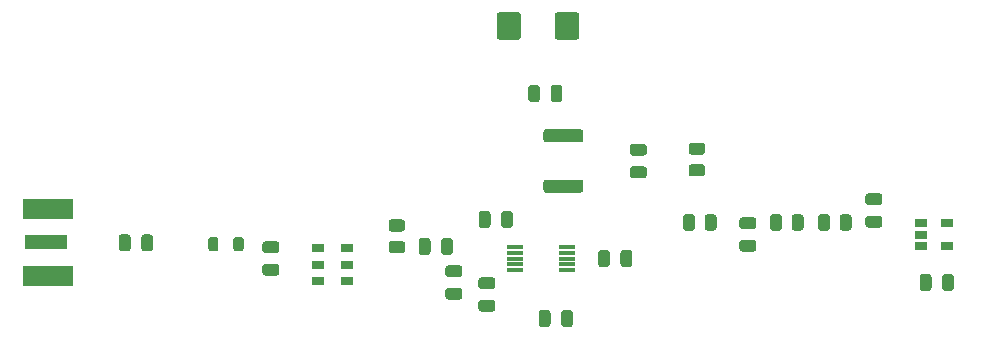
<source format=gbr>
%TF.GenerationSoftware,KiCad,Pcbnew,(5.1.9)-1*%
%TF.CreationDate,2021-03-17T18:43:56-04:00*%
%TF.ProjectId,NJR_New_Demod,4e4a525f-4e65-4775-9f44-656d6f642e6b,rev?*%
%TF.SameCoordinates,Original*%
%TF.FileFunction,Paste,Top*%
%TF.FilePolarity,Positive*%
%FSLAX46Y46*%
G04 Gerber Fmt 4.6, Leading zero omitted, Abs format (unit mm)*
G04 Created by KiCad (PCBNEW (5.1.9)-1) date 2021-03-17 18:43:56*
%MOMM*%
%LPD*%
G01*
G04 APERTURE LIST*
%ADD10R,1.050000X0.800000*%
%ADD11R,4.200000X1.750000*%
%ADD12R,3.600000X1.270000*%
%ADD13R,1.400000X0.300000*%
%ADD14R,1.060000X0.650000*%
G04 APERTURE END LIST*
D10*
%TO.C,U1*%
X96625000Y-90548000D03*
X96625000Y-91948000D03*
X96625000Y-93348000D03*
X94175000Y-93348000D03*
X94175000Y-91948000D03*
X94175000Y-90548000D03*
%TD*%
D11*
%TO.C,J1*%
X71320000Y-92893400D03*
X71320000Y-87243400D03*
D12*
X71120000Y-90068400D03*
%TD*%
%TO.C,CDC1*%
G36*
G01*
X78290000Y-89644200D02*
X78290000Y-90594200D01*
G75*
G02*
X78040000Y-90844200I-250000J0D01*
G01*
X77540000Y-90844200D01*
G75*
G02*
X77290000Y-90594200I0J250000D01*
G01*
X77290000Y-89644200D01*
G75*
G02*
X77540000Y-89394200I250000J0D01*
G01*
X78040000Y-89394200D01*
G75*
G02*
X78290000Y-89644200I0J-250000D01*
G01*
G37*
G36*
G01*
X80190000Y-89644200D02*
X80190000Y-90594200D01*
G75*
G02*
X79940000Y-90844200I-250000J0D01*
G01*
X79440000Y-90844200D01*
G75*
G02*
X79190000Y-90594200I0J250000D01*
G01*
X79190000Y-89644200D01*
G75*
G02*
X79440000Y-89394200I250000J0D01*
G01*
X79940000Y-89394200D01*
G75*
G02*
X80190000Y-89644200I0J-250000D01*
G01*
G37*
%TD*%
D13*
%TO.C,U2*%
X115230000Y-90440000D03*
X115230000Y-90940000D03*
X115230000Y-91440000D03*
X115230000Y-91940000D03*
X115230000Y-92440000D03*
X110830000Y-92440000D03*
X110830000Y-91940000D03*
X110830000Y-91440000D03*
X110830000Y-90940000D03*
X110830000Y-90440000D03*
%TD*%
%TO.C,C1*%
G36*
G01*
X103690000Y-89949000D02*
X103690000Y-90899000D01*
G75*
G02*
X103440000Y-91149000I-250000J0D01*
G01*
X102940000Y-91149000D01*
G75*
G02*
X102690000Y-90899000I0J250000D01*
G01*
X102690000Y-89949000D01*
G75*
G02*
X102940000Y-89699000I250000J0D01*
G01*
X103440000Y-89699000D01*
G75*
G02*
X103690000Y-89949000I0J-250000D01*
G01*
G37*
G36*
G01*
X105590000Y-89949000D02*
X105590000Y-90899000D01*
G75*
G02*
X105340000Y-91149000I-250000J0D01*
G01*
X104840000Y-91149000D01*
G75*
G02*
X104590000Y-90899000I0J250000D01*
G01*
X104590000Y-89949000D01*
G75*
G02*
X104840000Y-89699000I250000J0D01*
G01*
X105340000Y-89699000D01*
G75*
G02*
X105590000Y-89949000I0J-250000D01*
G01*
G37*
%TD*%
D14*
%TO.C,U3*%
X147404000Y-88458000D03*
X147404000Y-90358000D03*
X145204000Y-90358000D03*
X145204000Y-89408000D03*
X145204000Y-88458000D03*
%TD*%
%TO.C,Rc1*%
G36*
G01*
X126092000Y-87941998D02*
X126092000Y-88842002D01*
G75*
G02*
X125842002Y-89092000I-249998J0D01*
G01*
X125316998Y-89092000D01*
G75*
G02*
X125067000Y-88842002I0J249998D01*
G01*
X125067000Y-87941998D01*
G75*
G02*
X125316998Y-87692000I249998J0D01*
G01*
X125842002Y-87692000D01*
G75*
G02*
X126092000Y-87941998I0J-249998D01*
G01*
G37*
G36*
G01*
X127917000Y-87941998D02*
X127917000Y-88842002D01*
G75*
G02*
X127667002Y-89092000I-249998J0D01*
G01*
X127141998Y-89092000D01*
G75*
G02*
X126892000Y-88842002I0J249998D01*
G01*
X126892000Y-87941998D01*
G75*
G02*
X127141998Y-87692000I249998J0D01*
G01*
X127667002Y-87692000D01*
G75*
G02*
X127917000Y-87941998I0J-249998D01*
G01*
G37*
%TD*%
%TO.C,Rb1*%
G36*
G01*
X133458000Y-87941998D02*
X133458000Y-88842002D01*
G75*
G02*
X133208002Y-89092000I-249998J0D01*
G01*
X132682998Y-89092000D01*
G75*
G02*
X132433000Y-88842002I0J249998D01*
G01*
X132433000Y-87941998D01*
G75*
G02*
X132682998Y-87692000I249998J0D01*
G01*
X133208002Y-87692000D01*
G75*
G02*
X133458000Y-87941998I0J-249998D01*
G01*
G37*
G36*
G01*
X135283000Y-87941998D02*
X135283000Y-88842002D01*
G75*
G02*
X135033002Y-89092000I-249998J0D01*
G01*
X134507998Y-89092000D01*
G75*
G02*
X134258000Y-88842002I0J249998D01*
G01*
X134258000Y-87941998D01*
G75*
G02*
X134507998Y-87692000I249998J0D01*
G01*
X135033002Y-87692000D01*
G75*
G02*
X135283000Y-87941998I0J-249998D01*
G01*
G37*
%TD*%
%TO.C,Ra1*%
G36*
G01*
X137522000Y-87941998D02*
X137522000Y-88842002D01*
G75*
G02*
X137272002Y-89092000I-249998J0D01*
G01*
X136746998Y-89092000D01*
G75*
G02*
X136497000Y-88842002I0J249998D01*
G01*
X136497000Y-87941998D01*
G75*
G02*
X136746998Y-87692000I249998J0D01*
G01*
X137272002Y-87692000D01*
G75*
G02*
X137522000Y-87941998I0J-249998D01*
G01*
G37*
G36*
G01*
X139347000Y-87941998D02*
X139347000Y-88842002D01*
G75*
G02*
X139097002Y-89092000I-249998J0D01*
G01*
X138571998Y-89092000D01*
G75*
G02*
X138322000Y-88842002I0J249998D01*
G01*
X138322000Y-87941998D01*
G75*
G02*
X138571998Y-87692000I249998J0D01*
G01*
X139097002Y-87692000D01*
G75*
G02*
X139347000Y-87941998I0J-249998D01*
G01*
G37*
%TD*%
%TO.C,R2*%
G36*
G01*
X125787998Y-83458000D02*
X126688002Y-83458000D01*
G75*
G02*
X126938000Y-83707998I0J-249998D01*
G01*
X126938000Y-84233002D01*
G75*
G02*
X126688002Y-84483000I-249998J0D01*
G01*
X125787998Y-84483000D01*
G75*
G02*
X125538000Y-84233002I0J249998D01*
G01*
X125538000Y-83707998D01*
G75*
G02*
X125787998Y-83458000I249998J0D01*
G01*
G37*
G36*
G01*
X125787998Y-81633000D02*
X126688002Y-81633000D01*
G75*
G02*
X126938000Y-81882998I0J-249998D01*
G01*
X126938000Y-82408002D01*
G75*
G02*
X126688002Y-82658000I-249998J0D01*
G01*
X125787998Y-82658000D01*
G75*
G02*
X125538000Y-82408002I0J249998D01*
G01*
X125538000Y-81882998D01*
G75*
G02*
X125787998Y-81633000I249998J0D01*
G01*
G37*
%TD*%
%TO.C,R1*%
G36*
G01*
X101288002Y-89158500D02*
X100387998Y-89158500D01*
G75*
G02*
X100138000Y-88908502I0J249998D01*
G01*
X100138000Y-88383498D01*
G75*
G02*
X100387998Y-88133500I249998J0D01*
G01*
X101288002Y-88133500D01*
G75*
G02*
X101538000Y-88383498I0J-249998D01*
G01*
X101538000Y-88908502D01*
G75*
G02*
X101288002Y-89158500I-249998J0D01*
G01*
G37*
G36*
G01*
X101288002Y-90983500D02*
X100387998Y-90983500D01*
G75*
G02*
X100138000Y-90733502I0J249998D01*
G01*
X100138000Y-90208498D01*
G75*
G02*
X100387998Y-89958500I249998J0D01*
G01*
X101288002Y-89958500D01*
G75*
G02*
X101538000Y-90208498I0J-249998D01*
G01*
X101538000Y-90733502D01*
G75*
G02*
X101288002Y-90983500I-249998J0D01*
G01*
G37*
%TD*%
%TO.C,LQ1_T1*%
G36*
G01*
X113484997Y-84760000D02*
X116385003Y-84760000D01*
G75*
G02*
X116635000Y-85009997I0J-249997D01*
G01*
X116635000Y-85635003D01*
G75*
G02*
X116385003Y-85885000I-249997J0D01*
G01*
X113484997Y-85885000D01*
G75*
G02*
X113235000Y-85635003I0J249997D01*
G01*
X113235000Y-85009997D01*
G75*
G02*
X113484997Y-84760000I249997J0D01*
G01*
G37*
G36*
G01*
X113484997Y-80485000D02*
X116385003Y-80485000D01*
G75*
G02*
X116635000Y-80734997I0J-249997D01*
G01*
X116635000Y-81360003D01*
G75*
G02*
X116385003Y-81610000I-249997J0D01*
G01*
X113484997Y-81610000D01*
G75*
G02*
X113235000Y-81360003I0J249997D01*
G01*
X113235000Y-80734997D01*
G75*
G02*
X113484997Y-80485000I249997J0D01*
G01*
G37*
%TD*%
%TO.C,LMatch1*%
G36*
G01*
X86985000Y-90602050D02*
X86985000Y-89839550D01*
G75*
G02*
X87203750Y-89620800I218750J0D01*
G01*
X87641250Y-89620800D01*
G75*
G02*
X87860000Y-89839550I0J-218750D01*
G01*
X87860000Y-90602050D01*
G75*
G02*
X87641250Y-90820800I-218750J0D01*
G01*
X87203750Y-90820800D01*
G75*
G02*
X86985000Y-90602050I0J218750D01*
G01*
G37*
G36*
G01*
X84860000Y-90602050D02*
X84860000Y-89839550D01*
G75*
G02*
X85078750Y-89620800I218750J0D01*
G01*
X85516250Y-89620800D01*
G75*
G02*
X85735000Y-89839550I0J-218750D01*
G01*
X85735000Y-90602050D01*
G75*
G02*
X85516250Y-90820800I-218750J0D01*
G01*
X85078750Y-90820800D01*
G75*
G02*
X84860000Y-90602050I0J218750D01*
G01*
G37*
%TD*%
%TO.C,CQ1*%
G36*
G01*
X120810000Y-83635000D02*
X121760000Y-83635000D01*
G75*
G02*
X122010000Y-83885000I0J-250000D01*
G01*
X122010000Y-84385000D01*
G75*
G02*
X121760000Y-84635000I-250000J0D01*
G01*
X120810000Y-84635000D01*
G75*
G02*
X120560000Y-84385000I0J250000D01*
G01*
X120560000Y-83885000D01*
G75*
G02*
X120810000Y-83635000I250000J0D01*
G01*
G37*
G36*
G01*
X120810000Y-81735000D02*
X121760000Y-81735000D01*
G75*
G02*
X122010000Y-81985000I0J-250000D01*
G01*
X122010000Y-82485000D01*
G75*
G02*
X121760000Y-82735000I-250000J0D01*
G01*
X120810000Y-82735000D01*
G75*
G02*
X120560000Y-82485000I0J250000D01*
G01*
X120560000Y-81985000D01*
G75*
G02*
X120810000Y-81735000I250000J0D01*
G01*
G37*
%TD*%
%TO.C,CMatch1*%
G36*
G01*
X89695000Y-91890000D02*
X90645000Y-91890000D01*
G75*
G02*
X90895000Y-92140000I0J-250000D01*
G01*
X90895000Y-92640000D01*
G75*
G02*
X90645000Y-92890000I-250000J0D01*
G01*
X89695000Y-92890000D01*
G75*
G02*
X89445000Y-92640000I0J250000D01*
G01*
X89445000Y-92140000D01*
G75*
G02*
X89695000Y-91890000I250000J0D01*
G01*
G37*
G36*
G01*
X89695000Y-89990000D02*
X90645000Y-89990000D01*
G75*
G02*
X90895000Y-90240000I0J-250000D01*
G01*
X90895000Y-90740000D01*
G75*
G02*
X90645000Y-90990000I-250000J0D01*
G01*
X89695000Y-90990000D01*
G75*
G02*
X89445000Y-90740000I0J250000D01*
G01*
X89445000Y-90240000D01*
G75*
G02*
X89695000Y-89990000I250000J0D01*
G01*
G37*
%TD*%
%TO.C,Cc1*%
G36*
G01*
X130081000Y-89858000D02*
X131031000Y-89858000D01*
G75*
G02*
X131281000Y-90108000I0J-250000D01*
G01*
X131281000Y-90608000D01*
G75*
G02*
X131031000Y-90858000I-250000J0D01*
G01*
X130081000Y-90858000D01*
G75*
G02*
X129831000Y-90608000I0J250000D01*
G01*
X129831000Y-90108000D01*
G75*
G02*
X130081000Y-89858000I250000J0D01*
G01*
G37*
G36*
G01*
X130081000Y-87958000D02*
X131031000Y-87958000D01*
G75*
G02*
X131281000Y-88208000I0J-250000D01*
G01*
X131281000Y-88708000D01*
G75*
G02*
X131031000Y-88958000I-250000J0D01*
G01*
X130081000Y-88958000D01*
G75*
G02*
X129831000Y-88708000I0J250000D01*
G01*
X129831000Y-88208000D01*
G75*
G02*
X130081000Y-87958000I250000J0D01*
G01*
G37*
%TD*%
%TO.C,Cb1*%
G36*
G01*
X141699000Y-86926000D02*
X140749000Y-86926000D01*
G75*
G02*
X140499000Y-86676000I0J250000D01*
G01*
X140499000Y-86176000D01*
G75*
G02*
X140749000Y-85926000I250000J0D01*
G01*
X141699000Y-85926000D01*
G75*
G02*
X141949000Y-86176000I0J-250000D01*
G01*
X141949000Y-86676000D01*
G75*
G02*
X141699000Y-86926000I-250000J0D01*
G01*
G37*
G36*
G01*
X141699000Y-88826000D02*
X140749000Y-88826000D01*
G75*
G02*
X140499000Y-88576000I0J250000D01*
G01*
X140499000Y-88076000D01*
G75*
G02*
X140749000Y-87826000I250000J0D01*
G01*
X141699000Y-87826000D01*
G75*
G02*
X141949000Y-88076000I0J-250000D01*
G01*
X141949000Y-88576000D01*
G75*
G02*
X141699000Y-88826000I-250000J0D01*
G01*
G37*
%TD*%
%TO.C,Ca1*%
G36*
G01*
X147008000Y-93947000D02*
X147008000Y-92997000D01*
G75*
G02*
X147258000Y-92747000I250000J0D01*
G01*
X147758000Y-92747000D01*
G75*
G02*
X148008000Y-92997000I0J-250000D01*
G01*
X148008000Y-93947000D01*
G75*
G02*
X147758000Y-94197000I-250000J0D01*
G01*
X147258000Y-94197000D01*
G75*
G02*
X147008000Y-93947000I0J250000D01*
G01*
G37*
G36*
G01*
X145108000Y-93947000D02*
X145108000Y-92997000D01*
G75*
G02*
X145358000Y-92747000I250000J0D01*
G01*
X145858000Y-92747000D01*
G75*
G02*
X146108000Y-92997000I0J-250000D01*
G01*
X146108000Y-93947000D01*
G75*
G02*
X145858000Y-94197000I-250000J0D01*
G01*
X145358000Y-94197000D01*
G75*
G02*
X145108000Y-93947000I0J250000D01*
G01*
G37*
%TD*%
%TO.C,C9*%
G36*
G01*
X111351000Y-70830000D02*
X111351000Y-72680000D01*
G75*
G02*
X111101000Y-72930000I-250000J0D01*
G01*
X109526000Y-72930000D01*
G75*
G02*
X109276000Y-72680000I0J250000D01*
G01*
X109276000Y-70830000D01*
G75*
G02*
X109526000Y-70580000I250000J0D01*
G01*
X111101000Y-70580000D01*
G75*
G02*
X111351000Y-70830000I0J-250000D01*
G01*
G37*
G36*
G01*
X116276000Y-70830000D02*
X116276000Y-72680000D01*
G75*
G02*
X116026000Y-72930000I-250000J0D01*
G01*
X114451000Y-72930000D01*
G75*
G02*
X114201000Y-72680000I0J250000D01*
G01*
X114201000Y-70830000D01*
G75*
G02*
X114451000Y-70580000I250000J0D01*
G01*
X116026000Y-70580000D01*
G75*
G02*
X116276000Y-70830000I0J-250000D01*
G01*
G37*
%TD*%
%TO.C,C8*%
G36*
G01*
X112961000Y-76995000D02*
X112961000Y-77945000D01*
G75*
G02*
X112711000Y-78195000I-250000J0D01*
G01*
X112211000Y-78195000D01*
G75*
G02*
X111961000Y-77945000I0J250000D01*
G01*
X111961000Y-76995000D01*
G75*
G02*
X112211000Y-76745000I250000J0D01*
G01*
X112711000Y-76745000D01*
G75*
G02*
X112961000Y-76995000I0J-250000D01*
G01*
G37*
G36*
G01*
X114861000Y-76995000D02*
X114861000Y-77945000D01*
G75*
G02*
X114611000Y-78195000I-250000J0D01*
G01*
X114111000Y-78195000D01*
G75*
G02*
X113861000Y-77945000I0J250000D01*
G01*
X113861000Y-76995000D01*
G75*
G02*
X114111000Y-76745000I250000J0D01*
G01*
X114611000Y-76745000D01*
G75*
G02*
X114861000Y-76995000I0J-250000D01*
G01*
G37*
%TD*%
%TO.C,C7*%
G36*
G01*
X108770000Y-87663000D02*
X108770000Y-88613000D01*
G75*
G02*
X108520000Y-88863000I-250000J0D01*
G01*
X108020000Y-88863000D01*
G75*
G02*
X107770000Y-88613000I0J250000D01*
G01*
X107770000Y-87663000D01*
G75*
G02*
X108020000Y-87413000I250000J0D01*
G01*
X108520000Y-87413000D01*
G75*
G02*
X108770000Y-87663000I0J-250000D01*
G01*
G37*
G36*
G01*
X110670000Y-87663000D02*
X110670000Y-88613000D01*
G75*
G02*
X110420000Y-88863000I-250000J0D01*
G01*
X109920000Y-88863000D01*
G75*
G02*
X109670000Y-88613000I0J250000D01*
G01*
X109670000Y-87663000D01*
G75*
G02*
X109920000Y-87413000I250000J0D01*
G01*
X110420000Y-87413000D01*
G75*
G02*
X110670000Y-87663000I0J-250000D01*
G01*
G37*
%TD*%
%TO.C,C5*%
G36*
G01*
X118864000Y-90965000D02*
X118864000Y-91915000D01*
G75*
G02*
X118614000Y-92165000I-250000J0D01*
G01*
X118114000Y-92165000D01*
G75*
G02*
X117864000Y-91915000I0J250000D01*
G01*
X117864000Y-90965000D01*
G75*
G02*
X118114000Y-90715000I250000J0D01*
G01*
X118614000Y-90715000D01*
G75*
G02*
X118864000Y-90965000I0J-250000D01*
G01*
G37*
G36*
G01*
X120764000Y-90965000D02*
X120764000Y-91915000D01*
G75*
G02*
X120514000Y-92165000I-250000J0D01*
G01*
X120014000Y-92165000D01*
G75*
G02*
X119764000Y-91915000I0J250000D01*
G01*
X119764000Y-90965000D01*
G75*
G02*
X120014000Y-90715000I250000J0D01*
G01*
X120514000Y-90715000D01*
G75*
G02*
X120764000Y-90965000I0J-250000D01*
G01*
G37*
%TD*%
%TO.C,C4*%
G36*
G01*
X114755000Y-96995000D02*
X114755000Y-96045000D01*
G75*
G02*
X115005000Y-95795000I250000J0D01*
G01*
X115505000Y-95795000D01*
G75*
G02*
X115755000Y-96045000I0J-250000D01*
G01*
X115755000Y-96995000D01*
G75*
G02*
X115505000Y-97245000I-250000J0D01*
G01*
X115005000Y-97245000D01*
G75*
G02*
X114755000Y-96995000I0J250000D01*
G01*
G37*
G36*
G01*
X112855000Y-96995000D02*
X112855000Y-96045000D01*
G75*
G02*
X113105000Y-95795000I250000J0D01*
G01*
X113605000Y-95795000D01*
G75*
G02*
X113855000Y-96045000I0J-250000D01*
G01*
X113855000Y-96995000D01*
G75*
G02*
X113605000Y-97245000I-250000J0D01*
G01*
X113105000Y-97245000D01*
G75*
G02*
X112855000Y-96995000I0J250000D01*
G01*
G37*
%TD*%
%TO.C,C3*%
G36*
G01*
X107983000Y-94938000D02*
X108933000Y-94938000D01*
G75*
G02*
X109183000Y-95188000I0J-250000D01*
G01*
X109183000Y-95688000D01*
G75*
G02*
X108933000Y-95938000I-250000J0D01*
G01*
X107983000Y-95938000D01*
G75*
G02*
X107733000Y-95688000I0J250000D01*
G01*
X107733000Y-95188000D01*
G75*
G02*
X107983000Y-94938000I250000J0D01*
G01*
G37*
G36*
G01*
X107983000Y-93038000D02*
X108933000Y-93038000D01*
G75*
G02*
X109183000Y-93288000I0J-250000D01*
G01*
X109183000Y-93788000D01*
G75*
G02*
X108933000Y-94038000I-250000J0D01*
G01*
X107983000Y-94038000D01*
G75*
G02*
X107733000Y-93788000I0J250000D01*
G01*
X107733000Y-93288000D01*
G75*
G02*
X107983000Y-93038000I250000J0D01*
G01*
G37*
%TD*%
%TO.C,C2*%
G36*
G01*
X105189000Y-93922000D02*
X106139000Y-93922000D01*
G75*
G02*
X106389000Y-94172000I0J-250000D01*
G01*
X106389000Y-94672000D01*
G75*
G02*
X106139000Y-94922000I-250000J0D01*
G01*
X105189000Y-94922000D01*
G75*
G02*
X104939000Y-94672000I0J250000D01*
G01*
X104939000Y-94172000D01*
G75*
G02*
X105189000Y-93922000I250000J0D01*
G01*
G37*
G36*
G01*
X105189000Y-92022000D02*
X106139000Y-92022000D01*
G75*
G02*
X106389000Y-92272000I0J-250000D01*
G01*
X106389000Y-92772000D01*
G75*
G02*
X106139000Y-93022000I-250000J0D01*
G01*
X105189000Y-93022000D01*
G75*
G02*
X104939000Y-92772000I0J250000D01*
G01*
X104939000Y-92272000D01*
G75*
G02*
X105189000Y-92022000I250000J0D01*
G01*
G37*
%TD*%
M02*

</source>
